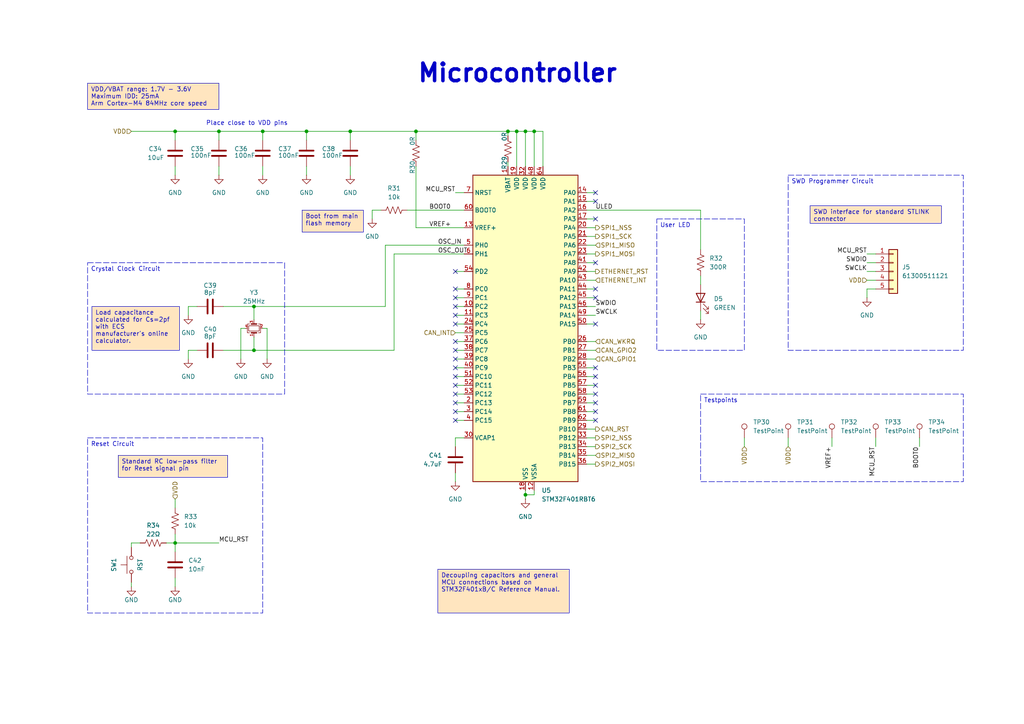
<source format=kicad_sch>
(kicad_sch (version 20250114) (generator "eeschema") (generator_version "9.0")
  (paper "A4")
  (title_block (title "LiDAR-CAN Interface") (date "2025-08-03") (rev "1") (company "Robot.com"))
  (lib_symbols
    (symbol "Connector:TestPoint" (pin_numbers (hide yes)) (pin_names (offset 0.762) (hide yes))
      (property "Reference" "TP" (at 0 6.858 0))
      (property "Value" "TestPoint" (at 0 5.08 0))
      (symbol "TestPoint_0_1"
        (circle (center 0 3.302) (radius 0.762))
      )
      (symbol "TestPoint_1_1"
        (pin passive line (at 0 0 90) (length 2.54) (name "1") (number "1"))
      )
    )
    (symbol "Connector_Generic:Conn_01x05" (pin_names (offset 1.016) (hide yes))
      (property "Reference" "J" (at 0 7.62 0))
      (property "Value" "Conn_01x05" (at 0 -7.62 0))
      (symbol "Conn_01x05_1_1"
        (rectangle (start -1.27 6.35) (end 1.27 -6.35) (stroke (width 0.254)) (fill (type background)))
        (rectangle (start -1.27 5.207) (end 0 4.953) (stroke (width 0.1524)))
        (rectangle (start -1.27 2.667) (end 0 2.413) (stroke (width 0.1524)))
        (rectangle (start -1.27 0.127) (end 0 -0.127) (stroke (width 0.1524)))
        (rectangle (start -1.27 -2.413) (end 0 -2.667) (stroke (width 0.1524)))
        (rectangle (start -1.27 -4.953) (end 0 -5.207) (stroke (width 0.1524)))
        (pin passive line (at -5.08 5.08 0) (length 3.81) (name "Pin_1") (number "1"))
        (pin passive line (at -5.08 2.54 0) (length 3.81) (name "Pin_2") (number "2"))
        (pin passive line (at -5.08 0 0) (length 3.81) (name "Pin_3") (number "3"))
        (pin passive line (at -5.08 -2.54 0) (length 3.81) (name "Pin_4") (number "4"))
        (pin passive line (at -5.08 -5.08 0) (length 3.81) (name "Pin_5") (number "5"))
      )
    )
    (symbol "Device:C" (pin_numbers (hide yes)) (pin_names (offset 0.254))
      (property "Reference" "C" (at 0.635 2.54 0))
      (property "Value" "C" (at 0.635 -2.54 0))
      (symbol "C_0_1"
        (polyline (pts (xy -2.032 0.762) (xy 2.032 0.762)) (stroke (width 0.508)))
        (polyline (pts (xy -2.032 -0.762) (xy 2.032 -0.762)) (stroke (width 0.508)))
      )
      (symbol "C_1_1"
        (pin passive line (at 0 3.81 270) (length 2.794) (name "~") (number "1"))
        (pin passive line (at 0 -3.81 90) (length 2.794) (name "~") (number "2"))
      )
    )
    (symbol "Device:Crystal_GND24_Small" (pin_names (offset 1.016) (hide yes))
      (property "Reference" "Y" (at 1.27 4.445 0))
      (property "Value" "Crystal_GND24_Small" (at 1.27 2.54 0))
      (symbol "Crystal_GND24_Small_0_1"
        (polyline (pts (xy -1.27 1.27) (xy -1.27 1.905) (xy 1.27 1.905) (xy 1.27 1.27)))
        (polyline (pts (xy -1.27 -0.762) (xy -1.27 0.762)) (stroke (width 0.381)))
        (polyline (pts (xy -1.27 -1.27) (xy -1.27 -1.905) (xy 1.27 -1.905) (xy 1.27 -1.27)))
        (rectangle (start -0.762 -1.524) (end 0.762 1.524))
        (polyline (pts (xy 1.27 -0.762) (xy 1.27 0.762)) (stroke (width 0.381)))
      )
      (symbol "Crystal_GND24_Small_1_1"
        (pin passive line (at -2.54 0 0) (length 1.27) (name "1") (number "1"))
        (pin passive line (at 0 2.54 270) (length 0.635) (name "4") (number "4"))
        (pin passive line (at 0 -2.54 90) (length 0.635) (name "2") (number "2"))
        (pin passive line (at 2.54 0 180) (length 1.27) (name "3") (number "3"))
      )
    )
    (symbol "Device:LED" (pin_numbers (hide yes)) (pin_names (offset 1.016) (hide yes))
      (property "Reference" "D" (at 0 2.54 0))
      (property "Value" "LED" (at 0 -2.54 0))
      (symbol "LED_0_1"
        (polyline (pts (xy -3.048 -0.762) (xy -4.572 -2.286) (xy -3.81 -2.286) (xy -4.572 -2.286) (xy -4.572 -1.524)))
        (polyline (pts (xy -1.778 -0.762) (xy -3.302 -2.286) (xy -2.54 -2.286) (xy -3.302 -2.286) (xy -3.302 -1.524)))
        (polyline (pts (xy -1.27 0) (xy 1.27 0)))
        (polyline (pts (xy -1.27 -1.27) (xy -1.27 1.27)) (stroke (width 0.254)))
        (polyline (pts (xy 1.27 -1.27) (xy 1.27 1.27) (xy -1.27 0) (xy 1.27 -1.27)) (stroke (width 0.254)))
      )
      (symbol "LED_1_1"
        (pin passive line (at -3.81 0 0) (length 2.54) (name "K") (number "1"))
        (pin passive line (at 3.81 0 180) (length 2.54) (name "A") (number "2"))
      )
    )
    (symbol "Device:R_US" (pin_numbers (hide yes)) (pin_names (offset 0))
      (property "Reference" "R" (at 2.54 0 90))
      (property "Value" "R_US" (at -2.54 0 90))
      (symbol "R_US_0_1"
        (polyline (pts (xy 0 2.286) (xy 0 2.54)))
        (polyline (pts (xy 0 2.286) (xy 1.016 1.905) (xy 0 1.524) (xy -1.016 1.143) (xy 0 0.762)))
        (polyline (pts (xy 0 0.762) (xy 1.016 0.381) (xy 0 0) (xy -1.016 -0.381) (xy 0 -0.762)))
        (polyline (pts (xy 0 -0.762) (xy 1.016 -1.143) (xy 0 -1.524) (xy -1.016 -1.905) (xy 0 -2.286)))
        (polyline (pts (xy 0 -2.286) (xy 0 -2.54)))
      )
      (symbol "R_US_1_1"
        (pin passive line (at 0 3.81 270) (length 1.27) (name "~") (number "1"))
        (pin passive line (at 0 -3.81 90) (length 1.27) (name "~") (number "2"))
      )
    )
    (symbol "MCU_ST_STM32F4:STM32F401RBTx"
      (property "Reference" "U" (at -15.24 46.99 0))
      (property "Value" "STM32F401RBTx" (at 7.62 46.99 0))
      (symbol "STM32F401RBTx_0_1"
        (rectangle (start -15.24 -43.18) (end 15.24 45.72) (stroke (width 0.254)) (fill (type background)))
      )
      (symbol "STM32F401RBTx_1_1"
        (pin input line (at -17.78 40.64 0) (length 2.54) (name "NRST") (number "7"))
        (pin input line (at -17.78 35.56 0) (length 2.54) (name "BOOT0") (number "60"))
        (pin input line (at -17.78 30.48 0) (length 2.54) (name "VREF+") (number "13"))
        (pin bidirectional line (at -17.78 25.4 0) (length 2.54) (name "PH0") (number "5"))
        (pin bidirectional line (at -17.78 22.86 0) (length 2.54) (name "PH1") (number "6"))
        (pin bidirectional line (at -17.78 17.78 0) (length 2.54) (name "PD2") (number "54"))
        (pin bidirectional line (at -17.78 12.7 0) (length 2.54) (name "PC0") (number "8"))
        (pin bidirectional line (at -17.78 10.16 0) (length 2.54) (name "PC1") (number "9"))
        (pin bidirectional line (at -17.78 7.62 0) (length 2.54) (name "PC2") (number "10"))
        (pin bidirectional line (at -17.78 5.08 0) (length 2.54) (name "PC3") (number "11"))
        (pin bidirectional line (at -17.78 2.54 0) (length 2.54) (name "PC4") (number "24"))
        (pin bidirectional line (at -17.78 0 0) (length 2.54) (name "PC5") (number "25"))
        (pin bidirectional line (at -17.78 -2.54 0) (length 2.54) (name "PC6") (number "37"))
        (pin bidirectional line (at -17.78 -5.08 0) (length 2.54) (name "PC7") (number "38"))
        (pin bidirectional line (at -17.78 -7.62 0) (length 2.54) (name "PC8") (number "39"))
        (pin bidirectional line (at -17.78 -10.16 0) (length 2.54) (name "PC9") (number "40"))
        (pin bidirectional line (at -17.78 -12.7 0) (length 2.54) (name "PC10") (number "51"))
        (pin bidirectional line (at -17.78 -15.24 0) (length 2.54) (name "PC11") (number "52"))
        (pin bidirectional line (at -17.78 -17.78 0) (length 2.54) (name "PC12") (number "53"))
        (pin bidirectional line (at -17.78 -20.32 0) (length 2.54) (name "PC13") (number "2"))
        (pin bidirectional line (at -17.78 -22.86 0) (length 2.54) (name "PC14") (number "3"))
        (pin bidirectional line (at -17.78 -25.4 0) (length 2.54) (name "PC15") (number "4"))
        (pin power_out line (at -17.78 -30.48 0) (length 2.54) (name "VCAP1") (number "30"))
        (pin power_in line (at -5.08 48.26 270) (length 2.54) (name "VBAT") (number "1"))
        (pin power_in line (at -2.54 48.26 270) (length 2.54) (name "VDD") (number "19"))
        (pin power_in line (at 0 48.26 270) (length 2.54) (name "VDD") (number "32"))
        (pin power_in line (at 0 -45.72 90) (length 2.54) (name "VSS") (number "18"))
        (pin passive line (at 0 -45.72 90) (length 2.54) (hide yes) (name "VSS") (number "31"))
        (pin passive line (at 0 -45.72 90) (length 2.54) (hide yes) (name "VSS") (number "47"))
        (pin passive line (at 0 -45.72 90) (length 2.54) (hide yes) (name "VSS") (number "63"))
        (pin power_in line (at 2.54 48.26 270) (length 2.54) (name "VDD") (number "48"))
        (pin power_in line (at 2.54 -45.72 90) (length 2.54) (name "VSSA") (number "12"))
        (pin power_in line (at 5.08 48.26 270) (length 2.54) (name "VDD") (number "64"))
        (pin bidirectional line (at 17.78 40.64 180) (length 2.54) (name "PA0") (number "14"))
        (pin bidirectional line (at 17.78 38.1 180) (length 2.54) (name "PA1") (number "15"))
        (pin bidirectional line (at 17.78 35.56 180) (length 2.54) (name "PA2") (number "16"))
        (pin bidirectional line (at 17.78 33.02 180) (length 2.54) (name "PA3") (number "17"))
        (pin bidirectional line (at 17.78 30.48 180) (length 2.54) (name "PA4") (number "20"))
        (pin bidirectional line (at 17.78 27.94 180) (length 2.54) (name "PA5") (number "21"))
        (pin bidirectional line (at 17.78 25.4 180) (length 2.54) (name "PA6") (number "22"))
        (pin bidirectional line (at 17.78 22.86 180) (length 2.54) (name "PA7") (number "23"))
        (pin bidirectional line (at 17.78 20.32 180) (length 2.54) (name "PA8") (number "41"))
        (pin bidirectional line (at 17.78 17.78 180) (length 2.54) (name "PA9") (number "42"))
        (pin bidirectional line (at 17.78 15.24 180) (length 2.54) (name "PA10") (number "43"))
        (pin bidirectional line (at 17.78 12.7 180) (length 2.54) (name "PA11") (number "44"))
        (pin bidirectional line (at 17.78 10.16 180) (length 2.54) (name "PA12") (number "45"))
        (pin bidirectional line (at 17.78 7.62 180) (length 2.54) (name "PA13") (number "46"))
        (pin bidirectional line (at 17.78 5.08 180) (length 2.54) (name "PA14") (number "49"))
        (pin bidirectional line (at 17.78 2.54 180) (length 2.54) (name "PA15") (number "50"))
        (pin bidirectional line (at 17.78 -2.54 180) (length 2.54) (name "PB0") (number "26"))
        (pin bidirectional line (at 17.78 -5.08 180) (length 2.54) (name "PB1") (number "27"))
        (pin bidirectional line (at 17.78 -7.62 180) (length 2.54) (name "PB2") (number "28"))
        (pin bidirectional line (at 17.78 -10.16 180) (length 2.54) (name "PB3") (number "55"))
        (pin bidirectional line (at 17.78 -12.7 180) (length 2.54) (name "PB4") (number "56"))
        (pin bidirectional line (at 17.78 -15.24 180) (length 2.54) (name "PB5") (number "57"))
        (pin bidirectional line (at 17.78 -17.78 180) (length 2.54) (name "PB6") (number "58"))
        (pin bidirectional line (at 17.78 -20.32 180) (length 2.54) (name "PB7") (number "59"))
        (pin bidirectional line (at 17.78 -22.86 180) (length 2.54) (name "PB8") (number "61"))
        (pin bidirectional line (at 17.78 -25.4 180) (length 2.54) (name "PB9") (number "62"))
        (pin bidirectional line (at 17.78 -27.94 180) (length 2.54) (name "PB10") (number "29"))
        (pin bidirectional line (at 17.78 -30.48 180) (length 2.54) (name "PB12") (number "33"))
        (pin bidirectional line (at 17.78 -33.02 180) (length 2.54) (name "PB13") (number "34"))
        (pin bidirectional line (at 17.78 -35.56 180) (length 2.54) (name "PB14") (number "35"))
        (pin bidirectional line (at 17.78 -38.1 180) (length 2.54) (name "PB15") (number "36"))
      )
    )
    (symbol "Switch:SW_Push" (pin_numbers (hide yes)) (pin_names (offset 1.016) (hide yes))
      (property "Reference" "SW" (at 1.27 2.54 0))
      (property "Value" "SW_Push" (at 0 -1.524 0))
      (symbol "SW_Push_0_1"
        (circle (center -2.032 0) (radius 0.508))
        (polyline (pts (xy 0 1.27) (xy 0 3.048)))
        (circle (center 2.032 0) (radius 0.508))
        (polyline (pts (xy 2.54 1.27) (xy -2.54 1.27)))
        (pin passive line (at -5.08 0 0) (length 2.54) (name "1") (number "1"))
        (pin passive line (at 5.08 0 180) (length 2.54) (name "2") (number "2"))
      )
    )
    (symbol "Symbols:CAP CER 0.1UF 50V X7R 0603" (pin_numbers (hide yes)) (pin_names (offset 0) (hide yes))
      (property "Reference" "C" (at 3.81 1.27 0))
      (property "Value" "100nF" (at 2.54 -1.27 0))
      (symbol "CAP CER 0.1UF 50V X7R 0603_0_1"
        (polyline (pts (xy -2.032 0.762) (xy 2.032 0.762)) (stroke (width 0.508)))
        (polyline (pts (xy -2.032 -0.762) (xy 2.032 -0.762)) (stroke (width 0.508)))
      )
      (symbol "CAP CER 0.1UF 50V X7R 0603_1_1"
        (pin passive line (at 0 3.81 270) (length 2.794) (name "~") (number "1"))
        (pin passive line (at 0 -3.81 90) (length 2.794) (name "~") (number "2"))
      )
    )
    (symbol "Symbols:CAP CER 10UF 25V X5R 0603" (pin_numbers (hide yes)) (pin_names (offset 0) (hide yes))
      (property "Reference" "C" (at 3.81 1.27 0))
      (property "Value" "10uF" (at 2.54 -1.27 0))
      (symbol "CAP CER 10UF 25V X5R 0603_0_1"
        (polyline (pts (xy -2.032 0.762) (xy 2.032 0.762)) (stroke (width 0.508)))
        (polyline (pts (xy -2.032 -0.762) (xy 2.032 -0.762)) (stroke (width 0.508)))
      )
      (symbol "CAP CER 10UF 25V X5R 0603_1_1"
        (pin passive line (at 0 3.81 270) (length 2.794) (name "~") (number "1"))
        (pin passive line (at 0 -3.81 90) (length 2.794) (name "~") (number "2"))
      )
    )
    (symbol "Symbols:CAP CER 22PF 50V X7R 0603" (pin_numbers (hide yes)) (pin_names (offset 0) (hide yes))
      (property "Reference" "C" (at 3.81 1.27 0))
      (property "Value" "22pF" (at 2.54 -1.27 0))
      (symbol "CAP CER 22PF 50V X7R 0603_0_1"
        (polyline (pts (xy -2.032 0.762) (xy 2.032 0.762)) (stroke (width 0.508)))
        (polyline (pts (xy -2.032 -0.762) (xy 2.032 -0.762)) (stroke (width 0.508)))
      )
      (symbol "CAP CER 22PF 50V X7R 0603_1_1"
        (pin passive line (at 0 3.81 270) (length 2.794) (name "~") (number "1"))
        (pin passive line (at 0 -3.81 90) (length 2.794) (name "~") (number "2"))
      )
    )
    (symbol "power:GND" (power) (pin_numbers (hide yes)) (pin_names (offset 0) (hide yes))
      (property "Value" "GND" (at 0 -3.81 0))
      (symbol "GND_0_1"
        (polyline (pts (xy 0 0) (xy 0 -1.27) (xy 1.27 -1.27) (xy 0 -2.54) (xy -1.27 -1.27) (xy 0 -1.27)))
      )
      (symbol "GND_1_1"
        (pin power_in line (at 0 0 270) (length 0) (name "~") (number "1"))
      )
    )
  )
  (text "Place close to VDD pins" (at 71.628 35.814 0) (effects (font (size 1.27 1.27))))
  (text "Microcontroller" (at 150.114 21.336 0) (effects (font (size 5.08 5.08) (thickness 1.016) (bold yes))))
  (text_box "Decoupling capacitors and general MCU connections based on STM32F401xB/C Reference Manual." (at 127 165.1 0) (size 38.1 12.7) (margins 0.9525 0.9525 0.9525 0.9525) (fill (type color) (color 255 229 191 1)) (effects (font (size 1.27 1.27)) (justify left top)))
  (text_box "User LED" (at 190.5 63.5 0) (size 25.4 38.1) (margins 0.9525 0.9525 0.9525 0.9525) (stroke (width 0) (type dash)) (effects (font (size 1.27 1.27)) (justify left top)))
  (text_box "Boot from main flash memory" (at 87.63 60.96 0) (size 17.78 6.35) (margins 0.9525 0.9525 0.9525 0.9525) (fill (type color) (color 255 229 191 1)) (effects (font (size 1.27 1.27)) (justify left top)))
  (text_box "Reset Circuit" (at 25.4 127 0) (size 50.8 50.8) (margins 0.9525 0.9525 0.9525 0.9525) (stroke (width 0) (type dash)) (effects (font (size 1.27 1.27)) (justify left top)))
  (text_box "SWD Programmer Circuit" (at 228.6 50.8 0) (size 50.8 50.8) (margins 0.9525 0.9525 0.9525 0.9525) (stroke (width 0) (type dash)) (effects (font (size 1.27 1.27)) (justify left top)))
  (text_box "Crystal Clock Circuit" (at 25.4 76.2 0) (size 57.15 38.1) (margins 0.9525 0.9525 0.9525 0.9525) (stroke (width 0) (type dash)) (effects (font (size 1.27 1.27)) (justify left top)))
  (text_box "Testpoints" (at 203.2 114.3 0) (size 76.2 25.4) (margins 0.9525 0.9525 0.9525 0.9525) (stroke (width 0) (type dash)) (effects (font (size 1.27 1.27)) (justify left top)))
  (text_box "Load capacitance calculated for Cs=2pf with ECS manufacturer's online calculator." (at 26.67 88.9 0) (size 25.4 12.7) (margins 0.9525 0.9525 0.9525 0.9525) (fill (type color) (color 255 229 191 1)) (effects (font (size 1.27 1.27)) (justify left top)))
  (text_box "VDD/VBAT range: 1.7V - 3.6V\nMaximum IDD: 25mA\nArm Cortex-M4 84MHz core speed" (at 25.4 24.13 0) (size 38.1 7.62) (margins 0.9525 0.9525 0.9525 0.9525) (fill (type color) (color 255 229 191 1)) (effects (font (size 1.27 1.27)) (justify left top)))
  (text_box "Standard RC low-pass filter for Reset signal pin" (at 34.29 132.08 0) (size 31.75 6.35) (margins 0.9525 0.9525 0.9525 0.9525) (fill (type color) (color 255 229 191 1)) (effects (font (size 1.27 1.27)) (justify left top)))
  (text_box "SWD interface for standard STLINK connector" (at 234.95 59.69 0) (size 38.1 5.08) (margins 0.9525 0.9525 0.9525 0.9525) (fill (type color) (color 255 229 191 1)) (effects (font (size 1.27 1.27)) (justify left top)))
  (junction (at 147.32 38.1))
  (junction (at 63.5 38.1))
  (junction (at 154.94 38.1))
  (junction (at 152.4 38.1))
  (junction (at 152.4 143.51))
  (junction (at 76.2 38.1))
  (junction (at 50.8 157.48))
  (junction (at 101.6 38.1))
  (junction (at 149.86 38.1))
  (junction (at 88.9 38.1))
  (junction (at 50.8 38.1))
  (junction (at 73.66 88.9))
  (junction (at 120.65 38.1))
  (junction (at 73.66 101.6))
  (no_connect (at 132.08 83.82))
  (no_connect (at 132.08 104.14))
  (no_connect (at 132.08 86.36))
  (no_connect (at 172.72 119.38))
  (no_connect (at 172.72 83.82))
  (no_connect (at 172.72 93.98))
  (no_connect (at 172.72 116.84))
  (no_connect (at 172.72 86.36))
  (no_connect (at 132.08 88.9))
  (no_connect (at 172.72 111.76))
  (no_connect (at 132.08 119.38))
  (no_connect (at 132.08 106.68))
  (no_connect (at 132.08 121.92))
  (no_connect (at 132.08 99.06))
  (no_connect (at 132.08 91.44))
  (no_connect (at 172.72 114.3))
  (no_connect (at 132.08 101.6))
  (no_connect (at 132.08 78.74))
  (no_connect (at 172.72 55.88))
  (no_connect (at 172.72 106.68))
  (no_connect (at 132.08 116.84))
  (no_connect (at 172.72 58.42))
  (no_connect (at 132.08 93.98))
  (no_connect (at 172.72 109.22))
  (no_connect (at 132.08 111.76))
  (no_connect (at 132.08 114.3))
  (no_connect (at 172.72 76.2))
  (no_connect (at 172.72 63.5))
  (no_connect (at 132.08 109.22))
  (no_connect (at 172.72 121.92))
  (wire (pts (xy 132.08 83.82) (xy 134.62 83.82)))
  (wire (pts (xy 132.08 104.14) (xy 134.62 104.14)))
  (wire (pts (xy 76.2 38.1) (xy 88.9 38.1)))
  (wire (pts (xy 154.94 142.24) (xy 154.94 143.51)))
  (wire (pts (xy 170.18 101.6) (xy 172.72 101.6)))
  (wire (pts (xy 170.18 119.38) (xy 172.72 119.38)))
  (wire (pts (xy 132.08 96.52) (xy 134.62 96.52)))
  (wire (pts (xy 157.48 38.1) (xy 154.94 38.1)))
  (wire (pts (xy 170.18 109.22) (xy 172.72 109.22)))
  (wire (pts (xy 170.18 63.5) (xy 172.72 63.5)))
  (wire (pts (xy 152.4 142.24) (xy 152.4 143.51)))
  (wire (pts (xy 132.08 99.06) (xy 134.62 99.06)))
  (wire (pts (xy 170.18 88.9) (xy 172.72 88.9)))
  (wire (pts (xy 132.08 78.74) (xy 134.62 78.74)))
  (wire (pts (xy 50.8 167.64) (xy 50.8 170.18)))
  (wire (pts (xy 50.8 157.48) (xy 63.5 157.48)))
  (wire (pts (xy 50.8 144.78) (xy 50.8 147.32)))
  (wire (pts (xy 251.46 78.74) (xy 254 78.74)))
  (wire (pts (xy 170.18 83.82) (xy 172.72 83.82)))
  (wire (pts (xy 132.08 119.38) (xy 134.62 119.38)))
  (wire (pts (xy 50.8 38.1) (xy 50.8 40.64)))
  (wire (pts (xy 132.08 127) (xy 134.62 127)))
  (wire (pts (xy 88.9 48.26) (xy 88.9 50.8)))
  (wire (pts (xy 132.08 101.6) (xy 134.62 101.6)))
  (wire (pts (xy 63.5 48.26) (xy 63.5 50.8)))
  (wire (pts (xy 266.7 127) (xy 266.7 129.54)))
  (wire (pts (xy 152.4 143.51) (xy 154.94 143.51)))
  (wire (pts (xy 114.3 73.66) (xy 134.62 73.66)))
  (wire (pts (xy 170.18 114.3) (xy 172.72 114.3)))
  (wire (pts (xy 251.46 83.82) (xy 254 83.82)))
  (wire (pts (xy 120.65 38.1) (xy 101.6 38.1)))
  (wire (pts (xy 63.5 38.1) (xy 63.5 40.64)))
  (wire (pts (xy 170.18 68.58) (xy 172.72 68.58)))
  (wire (pts (xy 63.5 38.1) (xy 76.2 38.1)))
  (wire (pts (xy 132.08 106.68) (xy 134.62 106.68)))
  (wire (pts (xy 170.18 66.04) (xy 172.72 66.04)))
  (wire (pts (xy 132.08 121.92) (xy 134.62 121.92)))
  (wire (pts (xy 120.65 66.04) (xy 120.65 48.26)))
  (wire (pts (xy 147.32 46.99) (xy 147.32 48.26)))
  (wire (pts (xy 170.18 58.42) (xy 172.72 58.42)))
  (wire (pts (xy 132.08 109.22) (xy 134.62 109.22)))
  (wire (pts (xy 77.47 95.25) (xy 76.2 95.25)))
  (wire (pts (xy 170.18 99.06) (xy 172.72 99.06)))
  (wire (pts (xy 170.18 73.66) (xy 172.72 73.66)))
  (wire (pts (xy 101.6 38.1) (xy 101.6 40.64)))
  (wire (pts (xy 170.18 71.12) (xy 172.72 71.12)))
  (wire (pts (xy 88.9 38.1) (xy 88.9 40.64)))
  (wire (pts (xy 101.6 48.26) (xy 101.6 50.8)))
  (wire (pts (xy 64.77 88.9) (xy 73.66 88.9)))
  (wire (pts (xy 71.12 95.25) (xy 69.85 95.25)))
  (wire (pts (xy 73.66 101.6) (xy 114.3 101.6)))
  (wire (pts (xy 132.08 93.98) (xy 134.62 93.98)))
  (wire (pts (xy 254 127) (xy 254 129.54)))
  (wire (pts (xy 73.66 88.9) (xy 73.66 92.71)))
  (wire (pts (xy 134.62 71.12) (xy 111.76 71.12)))
  (wire (pts (xy 134.62 66.04) (xy 120.65 66.04)))
  (wire (pts (xy 251.46 83.82) (xy 251.46 86.36)))
  (wire (pts (xy 118.11 60.96) (xy 134.62 60.96)))
  (wire (pts (xy 120.65 38.1) (xy 120.65 40.64)))
  (wire (pts (xy 132.08 86.36) (xy 134.62 86.36)))
  (wire (pts (xy 149.86 38.1) (xy 149.86 48.26)))
  (wire (pts (xy 114.3 101.6) (xy 114.3 73.66)))
  (wire (pts (xy 107.95 60.96) (xy 110.49 60.96)))
  (wire (pts (xy 170.18 55.88) (xy 172.72 55.88)))
  (wire (pts (xy 77.47 95.25) (xy 77.47 104.14)))
  (wire (pts (xy 251.46 73.66) (xy 254 73.66)))
  (wire (pts (xy 50.8 48.26) (xy 50.8 50.8)))
  (wire (pts (xy 170.18 134.62) (xy 172.72 134.62)))
  (wire (pts (xy 170.18 81.28) (xy 172.72 81.28)))
  (wire (pts (xy 76.2 38.1) (xy 76.2 40.64)))
  (wire (pts (xy 147.32 38.1) (xy 120.65 38.1)))
  (wire (pts (xy 54.61 101.6) (xy 54.61 104.14)))
  (wire (pts (xy 57.15 101.6) (xy 54.61 101.6)))
  (wire (pts (xy 64.77 101.6) (xy 73.66 101.6)))
  (wire (pts (xy 170.18 86.36) (xy 172.72 86.36)))
  (wire (pts (xy 203.2 60.96) (xy 203.2 72.39)))
  (wire (pts (xy 50.8 157.48) (xy 50.8 160.02)))
  (wire (pts (xy 132.08 129.54) (xy 132.08 127)))
  (wire (pts (xy 132.08 55.88) (xy 134.62 55.88)))
  (wire (pts (xy 215.9 127) (xy 215.9 129.54)))
  (wire (pts (xy 107.95 63.5) (xy 107.95 60.96)))
  (wire (pts (xy 38.1 38.1) (xy 50.8 38.1)))
  (wire (pts (xy 132.08 114.3) (xy 134.62 114.3)))
  (wire (pts (xy 54.61 88.9) (xy 54.61 91.44)))
  (wire (pts (xy 203.2 92.71) (xy 203.2 90.17)))
  (wire (pts (xy 48.26 157.48) (xy 50.8 157.48)))
  (wire (pts (xy 170.18 127) (xy 172.72 127)))
  (wire (pts (xy 154.94 38.1) (xy 152.4 38.1)))
  (wire (pts (xy 147.32 38.1) (xy 147.32 39.37)))
  (wire (pts (xy 132.08 88.9) (xy 134.62 88.9)))
  (wire (pts (xy 132.08 139.7) (xy 132.08 137.16)))
  (wire (pts (xy 38.1 168.91) (xy 38.1 170.18)))
  (wire (pts (xy 251.46 76.2) (xy 254 76.2)))
  (wire (pts (xy 170.18 129.54) (xy 172.72 129.54)))
  (wire (pts (xy 132.08 116.84) (xy 134.62 116.84)))
  (wire (pts (xy 88.9 38.1) (xy 101.6 38.1)))
  (wire (pts (xy 132.08 91.44) (xy 134.62 91.44)))
  (wire (pts (xy 170.18 104.14) (xy 172.72 104.14)))
  (wire (pts (xy 50.8 38.1) (xy 63.5 38.1)))
  (wire (pts (xy 228.6 127) (xy 228.6 129.54)))
  (wire (pts (xy 241.3 127) (xy 241.3 129.54)))
  (wire (pts (xy 132.08 111.76) (xy 134.62 111.76)))
  (wire (pts (xy 170.18 121.92) (xy 172.72 121.92)))
  (wire (pts (xy 38.1 157.48) (xy 40.64 157.48)))
  (wire (pts (xy 170.18 106.68) (xy 172.72 106.68)))
  (wire (pts (xy 170.18 93.98) (xy 172.72 93.98)))
  (wire (pts (xy 251.46 81.28) (xy 254 81.28)))
  (wire (pts (xy 170.18 111.76) (xy 172.72 111.76)))
  (wire (pts (xy 76.2 48.26) (xy 76.2 50.8)))
  (wire (pts (xy 170.18 124.46) (xy 172.72 124.46)))
  (wire (pts (xy 73.66 101.6) (xy 73.66 97.79)))
  (wire (pts (xy 149.86 38.1) (xy 147.32 38.1)))
  (wire (pts (xy 170.18 91.44) (xy 172.72 91.44)))
  (wire (pts (xy 170.18 60.96) (xy 203.2 60.96)))
  (wire (pts (xy 170.18 78.74) (xy 172.72 78.74)))
  (wire (pts (xy 157.48 48.26) (xy 157.48 38.1)))
  (wire (pts (xy 170.18 132.08) (xy 172.72 132.08)))
  (wire (pts (xy 152.4 38.1) (xy 149.86 38.1)))
  (wire (pts (xy 154.94 38.1) (xy 154.94 48.26)))
  (wire (pts (xy 152.4 143.51) (xy 152.4 144.78)))
  (wire (pts (xy 69.85 95.25) (xy 69.85 104.14)))
  (wire (pts (xy 152.4 38.1) (xy 152.4 48.26)))
  (wire (pts (xy 57.15 88.9) (xy 54.61 88.9)))
  (wire (pts (xy 170.18 116.84) (xy 172.72 116.84)))
  (wire (pts (xy 203.2 82.55) (xy 203.2 80.01)))
  (wire (pts (xy 38.1 158.75) (xy 38.1 157.48)))
  (wire (pts (xy 111.76 71.12) (xy 111.76 88.9)))
  (wire (pts (xy 170.18 76.2) (xy 172.72 76.2)))
  (wire (pts (xy 111.76 88.9) (xy 73.66 88.9)))
  (wire (pts (xy 50.8 154.94) (xy 50.8 157.48)))
  (label "SWCLK" (at 172.72 91.44 0))
  (label "MCU_RST" (at 254 129.54 270))
  (label "MCU_RST" (at 63.5 157.48 0))
  (label "MCU_RST" (at 251.46 73.66 180))
  (label "VREF+" (at 124.46 66.04 0))
  (label "VREF+" (at 241.3 129.54 270))
  (label "BOOT0" (at 266.7 129.54 270))
  (label "OSC_OUT" (at 127 73.66 0))
  (label "BOOT0" (at 124.46 60.96 0))
  (label "SWDIO" (at 251.46 76.2 180))
  (label "SWDIO" (at 172.72 88.9 0))
  (label "SWCLK" (at 251.46 78.74 180))
  (label "MCU_RST" (at 132.08 55.88 180))
  (label "OSC_IN" (at 127 71.12 0))
  (label "ULED" (at 172.72 60.96 0))
  (hierarchical_label "VDD" (shape input) (at 50.8 144.78 90))
  (hierarchical_label "CAN_GPIO2" (shape input) (at 172.72 101.6 0))
  (hierarchical_label "VDD" (shape input) (at 251.46 81.28 180))
  (hierarchical_label "SPI2_MISO" (shape input) (at 172.72 132.08 0))
  (hierarchical_label "VDD" (shape input) (at 228.6 129.54 270))
  (hierarchical_label "SPI1_NSS" (shape output) (at 172.72 66.04 0))
  (hierarchical_label "CAN_WKRQ" (shape input) (at 172.72 99.06 0))
  (hierarchical_label "CAN_GPIO1" (shape input) (at 172.72 104.14 0))
  (hierarchical_label "VDD" (shape input) (at 215.9 129.54 270))
  (hierarchical_label "CAN_RST" (shape output) (at 172.72 124.46 0))
  (hierarchical_label "SPI2_SCK" (shape output) (at 172.72 129.54 0))
  (hierarchical_label "CAN_INT" (shape input) (at 132.08 96.52 180))
  (hierarchical_label "SPI1_MOSI" (shape output) (at 172.72 73.66 0))
  (hierarchical_label "SPI1_SCK" (shape output) (at 172.72 68.58 0))
  (hierarchical_label "SPI1_MISO" (shape input) (at 172.72 71.12 0))
  (hierarchical_label "ETHERNET_INT" (shape input) (at 172.72 81.28 0))
  (hierarchical_label "VDD" (shape input) (at 38.1 38.1 180))
  (hierarchical_label "ETHERNET_RST" (shape output) (at 172.72 78.74 0))
  (hierarchical_label "SPI2_MOSI" (shape output) (at 172.72 134.62 0))
  (hierarchical_label "SPI2_NSS" (shape output) (at 172.72 127 0))
  (symbol (lib_id "power:GND") (at 50.8 50.8 0) (unit 1)
    (property "Reference" "#PWR063" (effects (hide yes)))
    (property "Value" "GND" (at 50.8 55.88 0))
    (property "Description" "Power symbol creates a global label with name \"GND\" , ground" (effects (hide yes)))
  )
  (symbol (lib_id "Symbols:CAP CER 0.1UF 50V X7R 0603") (at 101.6 44.45 180) (unit 1)
    (property "Reference" "C38" (at 93.345 43.18 0) (effects (justify right)))
    (property "Value" "100nF" (at 93.345 45.085 0) (effects (justify right)))
    (property "Footprint" "Capacitor_SMD:C_0603_1608Metric" (effects (hide yes)))
    (property "Datasheet" "https://datasheets.kyocera-avx.com/KGM_X7R.pdf" (effects (hide yes)))
    (property "Description" "CAP CER 0.1UF 50V X7R 0603" (effects (hide yes)))
    (property "Vendor" "KYOCERA AVX" (effects (hide yes)))
    (property "MPN" "KGM15BR71H104KM" (effects (hide yes)))
    (property "Manufacturer" "KYOCERA AVX" (effects (hide yes)))
  )
  (symbol (lib_id "Device:C") (at 50.8 163.83 0) (unit 1)
    (property "Reference" "C42" (at 54.61 162.5599 0) (effects (justify left)))
    (property "Value" "10nF" (at 54.61 165.0999 0) (effects (justify left)))
    (property "Footprint" "Capacitor_SMD:C_0603_1608Metric" (effects (hide yes)))
    (property "Datasheet" "https://www.yageo.com/upload/media/product/productsearch/datasheet/mlcc/UPY-GPHC_X7R_6.3V-to-250V_24.pdf" (effects (hide yes)))
    (property "Description" "CAP CER 10000PF 50V X7R 0603" (effects (hide yes)))
    (property "Manufacturer" "YAGEO" (effects (hide yes)))
    (property "MPN" "CC0603KRX7R9BB103" (effects (hide yes)))
  )
  (symbol (lib_id "power:GND") (at 69.85 104.14 0) (unit 1)
    (property "Reference" "#PWR073" (effects (hide yes)))
    (property "Value" "GND" (at 69.85 109.22 0))
    (property "Description" "Power symbol creates a global label with name \"GND\" , ground" (effects (hide yes)))
  )
  (symbol (lib_id "Connector:TestPoint") (at 228.6 127 0) (unit 1) (in_bom no)
    (property "Reference" "TP31" (at 231.14 122.4279 0) (effects (justify left)))
    (property "Value" "TestPoint" (at 231.14 124.9679 0) (effects (justify left)))
    (property "Footprint" "TestPoint:TestPoint_Pad_D1.0mm" (effects (hide yes)))
    (property "Description" "test point" (effects (hide yes)))
  )
  (symbol (lib_id "power:GND") (at 152.4 144.78 0) (unit 1)
    (property "Reference" "#PWR076" (effects (hide yes)))
    (property "Value" "GND" (at 152.4 149.86 0))
    (property "Description" "Power symbol creates a global label with name \"GND\" , ground" (effects (hide yes)))
  )
  (symbol (lib_id "power:GND") (at 101.6 50.8 0) (unit 1)
    (property "Reference" "#PWR067" (effects (hide yes)))
    (property "Value" "GND" (at 101.6 55.88 0))
    (property "Description" "Power symbol creates a global label with name \"GND\" , ground" (effects (hide yes)))
  )
  (symbol (lib_id "Connector:TestPoint") (at 266.7 127 0) (unit 1) (in_bom no)
    (property "Reference" "TP34" (at 269.24 122.4279 0) (effects (justify left)))
    (property "Value" "TestPoint" (at 269.24 124.9679 0) (effects (justify left)))
    (property "Footprint" "TestPoint:TestPoint_Pad_D1.0mm" (effects (hide yes)))
    (property "Description" "test point" (effects (hide yes)))
  )
  (symbol (lib_id "Device:R_US") (at 114.3 60.96 270) (unit 1)
    (property "Reference" "R31" (at 114.3 54.61 90))
    (property "Value" "10k" (at 114.3 57.15 90))
    (property "Footprint" "Resistor_SMD:R_0603_1608Metric" (effects (hide yes)))
    (property "Datasheet" "https://www.yageo.com/upload/media/product/products/datasheet/rchip/PYu-RC_Group_51_RoHS_L_12.pdf" (effects (hide yes)))
    (property "Description" "RES 10K OHM 5% 1/10W 0603" (effects (hide yes)))
    (property "SPN" "311-10KGRCT-ND" (effects (hide yes)))
    (property "MPN" "RC0603JR-0710KL" (effects (hide yes)))
    (property "Manufacturer" "YAGEO" (effects (hide yes)))
  )
  (symbol (lib_id "Device:LED") (at 203.2 86.36 90) (unit 1)
    (property "Reference" "D5" (at 207.01 86.6774 90) (effects (justify right)))
    (property "Value" "GREEN" (at 207.01 89.2174 90) (effects (justify right)))
    (property "Footprint" "LED_SMD:LED_0603_1608Metric" (effects (hide yes)))
    (property "Datasheet" "https://mm.digikey.com/Volume0/opasdata/d220001/medias/docus/858/LTST-C190GKT.pdf" (effects (hide yes)))
    (property "Description" "LED GREEN CLEAR CHIP SMD 0603" (effects (hide yes)))
    (property "Manufacturer" "Lite-On Inc." (effects (hide yes)))
    (property "MPN" "LTST-C190GKT" (effects (hide yes)))
  )
  (symbol (lib_id "Device:R_US") (at 203.2 76.2 0) (unit 1)
    (property "Reference" "R32" (at 205.74 74.9299 0) (effects (justify left)))
    (property "Value" "300R" (at 205.74 77.4699 0) (effects (justify left)))
    (property "Footprint" "Resistor_SMD:R_0603_1608Metric" (effects (hide yes)))
    (property "Datasheet" "https://www.yageo.com/upload/media/product/products/datasheet/rchip/PYu-RC_Group_51_RoHS_L_12.pdf" (effects (hide yes)))
    (property "Description" "RES 300 OHM 5% 1/10W 0603" (effects (hide yes)))
    (property "Manufacturer" "YAGEO" (effects (hide yes)))
    (property "MPN" "RC0603JR-07300RL" (effects (hide yes)))
  )
  (symbol (lib_id "Device:C") (at 132.08 133.35 0) (mirror y) (unit 1)
    (property "Reference" "C41" (at 128.27 132.0799 0) (effects (justify left)))
    (property "Value" "4.7uF" (at 128.27 134.6199 0) (effects (justify left)))
    (property "Footprint" "Capacitor_SMD:C_0603_1608Metric" (effects (hide yes)))
    (property "Datasheet" "https://www.yageo.com/upload/media/product/app/datasheet/mlcc/upy-gphc_x5r_4v-to-50v.pdf" (effects (hide yes)))
    (property "Description" "CAP CER 4.7UF 16V X5R 0603" (effects (hide yes)))
    (property "Manufacturer" "YAGEO" (effects (hide yes)))
    (property "MPN" "CC0603KRX5R7BB475" (effects (hide yes)))
  )
  (symbol (lib_id "power:GND") (at 76.2 50.8 0) (unit 1)
    (property "Reference" "#PWR065" (effects (hide yes)))
    (property "Value" "GND" (at 76.2 55.88 0))
    (property "Description" "Power symbol creates a global label with name \"GND\" , ground" (effects (hide yes)))
  )
  (symbol (lib_id "Symbols:CAP CER 0.1UF 50V X7R 0603") (at 76.2 44.45 180) (unit 1)
    (property "Reference" "C36" (at 67.945 43.18 0) (effects (justify right)))
    (property "Value" "100nF" (at 67.945 45.085 0) (effects (justify right)))
    (property "Footprint" "Capacitor_SMD:C_0603_1608Metric" (effects (hide yes)))
    (property "Datasheet" "https://datasheets.kyocera-avx.com/KGM_X7R.pdf" (effects (hide yes)))
    (property "Description" "CAP CER 0.1UF 50V X7R 0603" (effects (hide yes)))
    (property "Vendor" "KYOCERA AVX" (effects (hide yes)))
    (property "MPN" "KGM15BR71H104KM" (effects (hide yes)))
    (property "Manufacturer" "KYOCERA AVX" (effects (hide yes)))
  )
  (symbol (lib_id "Device:Crystal_GND24_Small") (at 73.66 95.25 90) (unit 1)
    (property "Reference" "Y3" (at 73.66 84.836 90))
    (property "Value" "25MHz" (at 73.66 87.376 90))
    (property "Footprint" "Crystal:Crystal_SMD_2016-4Pin_2.0x1.6mm" (effects (hide yes)))
    (property "Datasheet" "https://ecsxtal.com/store/pdf/ECX-1637B2.pdf" (effects (hide yes)))
    (property "Description" "CRYSTAL 25 MHZ 6PF SMD" (effects (hide yes)))
    (property "Manufacturer" "ECS Inc." (effects (hide yes)))
    (property "MPN" "ECS-250-6-37B2-AGY-TR" (effects (hide yes)))
  )
  (symbol (lib_id "Symbols:CAP CER 0.1UF 50V X7R 0603") (at 88.9 44.45 180) (unit 1)
    (property "Reference" "C37" (at 80.645 43.18 0) (effects (justify right)))
    (property "Value" "100nF" (at 80.645 45.085 0) (effects (justify right)))
    (property "Footprint" "Capacitor_SMD:C_0603_1608Metric" (effects (hide yes)))
    (property "Datasheet" "https://datasheets.kyocera-avx.com/KGM_X7R.pdf" (effects (hide yes)))
    (property "Description" "CAP CER 0.1UF 50V X7R 0603" (effects (hide yes)))
    (property "Vendor" "KYOCERA AVX" (effects (hide yes)))
    (property "MPN" "KGM15BR71H104KM" (effects (hide yes)))
    (property "Manufacturer" "KYOCERA AVX" (effects (hide yes)))
  )
  (symbol (lib_id "Connector_Generic:Conn_01x05") (at 259.08 78.74 0) (unit 1)
    (property "Reference" "J5" (at 261.62 77.4699 0) (effects (justify left)))
    (property "Value" "61300511121" (at 261.62 80.0099 0) (effects (justify left)))
    (property "Footprint" "Connector_PinHeader_2.54mm:PinHeader_1x05_P2.54mm_Vertical" (effects (hide yes)))
    (property "Datasheet" "https://www.we-online.com/components/products/datasheet/61300511121.pdf" (effects (hide yes)))
    (property "Description" "CONN HEADER VERT 5POS 2.54MM" (effects (hide yes)))
    (property "Manufacturer" "Würth Elektronik" (effects (hide yes)))
    (property "MPN" "61300511121" (effects (hide yes)))
  )
  (symbol (lib_id "power:GND") (at 50.8 170.18 0) (unit 1)
    (property "Reference" "#PWR078" (effects (hide yes)))
    (property "Value" "GND" (at 50.8 173.99 0))
  )
  (symbol (lib_id "MCU_ST_STM32F4:STM32F401RBTx") (at 152.4 96.52 0) (unit 1)
    (property "Reference" "U5" (at 157.0833 142.24 0) (effects (justify left)))
    (property "Value" "STM32F401RBT6" (at 157.0833 144.78 0) (effects (justify left)))
    (property "Footprint" "Package_QFP:LQFP-64_10x10mm_P0.5mm" (effects (hide yes)))
    (property "Datasheet" "https://www.st.com/resource/en/datasheet/stm32f401rb.pdf" (effects (hide yes)))
    (property "Description" "IC MCU 32BIT 128KB FLASH 64LQFP" (effects (hide yes)))
    (property "Manufacturer" "STMicroelectronics" (effects (hide yes)))
    (property "MPN" "STM32F401RBT6" (effects (hide yes)))
  )
  (symbol (lib_id "power:GND") (at 63.5 50.8 0) (unit 1)
    (property "Reference" "#PWR064" (effects (hide yes)))
    (property "Value" "GND" (at 63.5 55.88 0))
    (property "Description" "Power symbol creates a global label with name \"GND\" , ground" (effects (hide yes)))
  )
  (symbol (lib_id "Symbols:CAP CER 10UF 25V X5R 0603") (at 50.8 44.45 0) (unit 1)
    (property "Reference" "C34" (at 46.99 43.1799 0) (effects (justify right)))
    (property "Value" "10uF" (at 47.625 45.72 0) (effects (justify right)))
    (property "Footprint" "Capacitor_SMD:C_0603_1608Metric" (effects (hide yes)))
    (property "Datasheet" "https://datasheets.kyocera-avx.com/cx5r-KGM.pdf" (effects (hide yes)))
    (property "Description" "10 µF ±10% 25V Ceramic Capacitor X5R 0603 (1608 Metric)" (effects (hide yes)))
    (property "Vendor" "KYOCERA AVX" (effects (hide yes)))
    (property "MPN" "KGM15CR51E106KT" (effects (hide yes)))
    (property "Manufacturer" "KYOCERA AVX" (effects (hide yes)))
  )
  (symbol (lib_id "power:GND") (at 132.08 139.7 0) (unit 1)
    (property "Reference" "#PWR075" (effects (hide yes)))
    (property "Value" "GND" (at 132.08 144.78 0))
    (property "Description" "Power symbol creates a global label with name \"GND\" , ground" (effects (hide yes)))
  )
  (symbol (lib_id "Connector:TestPoint") (at 241.3 127 0) (unit 1) (in_bom no)
    (property "Reference" "TP32" (at 243.84 122.4279 0) (effects (justify left)))
    (property "Value" "TestPoint" (at 243.84 124.9679 0) (effects (justify left)))
    (property "Footprint" "TestPoint:TestPoint_Pad_D1.0mm" (effects (hide yes)))
    (property "Description" "test point" (effects (hide yes)))
  )
  (symbol (lib_id "Symbols:CAP CER 22PF 50V X7R 0603") (at 60.96 101.6 90) (mirror x) (unit 1)
    (property "Reference" "C40" (at 60.96 95.504 90))
    (property "Value" "8pF" (at 60.96 97.536 90))
    (property "Footprint" "Capacitor_SMD:C_0603_1608Metric" (effects (hide yes)))
    (property "Datasheet" "https://www.yageo.com/en/Chart/Download/pdf/CC0603DRNPO9BN8R0" (effects (hide yes)))
    (property "Description" "CAP CER 8PF 50V C0G/NPO 0603" (effects (hide yes)))
    (property "Manufacturer" "YAGEO" (effects (hide yes)))
    (property "MPN" "CC0603DRNPO9BN8R0" (effects (hide yes)))
  )
  (symbol (lib_id "power:GND") (at 38.1 170.18 0) (unit 1)
    (property "Reference" "#PWR077" (effects (hide yes)))
    (property "Value" "GND" (at 38.1 173.99 0))
  )
  (symbol (lib_id "power:GND") (at 251.46 86.36 0) (unit 1)
    (property "Reference" "#PWR070" (effects (hide yes)))
    (property "Value" "GND" (at 251.46 91.44 0))
    (property "Description" "Power symbol creates a global label with name \"GND\" , ground" (effects (hide yes)))
  )
  (symbol (lib_id "power:GND") (at 203.2 92.71 0) (unit 1)
    (property "Reference" "#PWR069" (effects (hide yes)))
    (property "Value" "GND" (at 203.2 97.79 0))
    (property "Description" "Power symbol creates a global label with name \"GND\" , ground" (effects (hide yes)))
  )
  (symbol (lib_id "Device:R_US") (at 120.65 44.45 180) (unit 1)
    (property "Reference" "R30" (at 119.634 48.514 90))
    (property "Value" "0R" (at 119.634 40.894 90))
    (property "Footprint" "Resistor_SMD:R_0603_1608Metric" (effects (hide yes)))
    (property "Datasheet" "https://www.yageo.com/upload/media/product/products/datasheet/rchip/PYu-RC_Group_51_RoHS_L_12.pdf" (effects (hide yes)))
    (property "Description" "RES 0 OHM JUMPER 1/10W 0603" (effects (hide yes)))
    (property "Manufacturer" "YAGEO" (effects (hide yes)))
    (property "MPN" "RC0603JR-070RL" (effects (hide yes)))
  )
  (symbol (lib_id "power:GND") (at 107.95 63.5 0) (unit 1)
    (property "Reference" "#PWR068" (effects (hide yes)))
    (property "Value" "GND" (at 107.95 68.58 0))
    (property "Description" "Power symbol creates a global label with name \"GND\" , ground" (effects (hide yes)))
  )
  (symbol (lib_id "Symbols:CAP CER 22PF 50V X7R 0603") (at 60.96 88.9 90) (mirror x) (unit 1)
    (property "Reference" "C39" (at 60.96 82.804 90))
    (property "Value" "8pF" (at 60.96 84.836 90))
    (property "Footprint" "Capacitor_SMD:C_0603_1608Metric" (effects (hide yes)))
    (property "Datasheet" "https://www.yageo.com/en/Chart/Download/pdf/CC0603DRNPO9BN8R0" (effects (hide yes)))
    (property "Description" "CAP CER 8PF 50V C0G/NPO 0603" (effects (hide yes)))
    (property "Manufacturer" "YAGEO" (effects (hide yes)))
    (property "MPN" "CC0603DRNPO9BN8R0" (effects (hide yes)))
  )
  (symbol (lib_id "power:GND") (at 54.61 91.44 0) (unit 1)
    (property "Reference" "#PWR071" (effects (hide yes)))
    (property "Value" "GND" (at 54.61 96.52 0))
    (property "Description" "Power symbol creates a global label with name \"GND\" , ground" (effects (hide yes)))
  )
  (symbol (lib_id "Device:R_US") (at 44.45 157.48 90) (unit 1)
    (property "Reference" "R34" (at 44.45 152.4 90))
    (property "Value" "22Ω" (at 44.45 154.94 90))
    (property "Footprint" "Resistor_SMD:R_0805_2012Metric" (effects (hide yes)))
    (property "Datasheet" "https://www.yageo.com/upload/media/product/productsearch/datasheet/rchip/PYu-RC_Group_51_RoHS_L_12.pdf" (effects (hide yes)))
    (property "Description" "RES 22 OHM 5% 1/8W 0805" (effects (hide yes)))
    (property "Manufacturer" "YAGEO" (effects (hide yes)))
    (property "MPN" "RC0805JR-0722RL" (effects (hide yes)))
  )
  (symbol (lib_id "Switch:SW_Push") (at 38.1 163.83 90) (unit 1)
    (property "Reference" "SW1" (at 33.02 163.83 0))
    (property "Value" "RST" (at 40.64 163.83 0))
    (property "Footprint" "Button_Switch_SMD:SW_SPST_CK_RS282G05A3" (effects (hide yes)))
    (property "Datasheet" "http://mm.digikey.com/Volume0/opasdata/d220001/medias/docus/580/RS-282G05A-SM_RT.pdf" (effects (hide yes)))
    (property "Description" "SWITCH TACTILE SPST-NO 0.05A 12V" (effects (hide yes)))
    (property "Manufacturer" "C&K" (effects (hide yes)))
    (property "MPN" "RS-282G05A3-SM RT" (effects (hide yes)))
  )
  (symbol (lib_id "Connector:TestPoint") (at 254 127 0) (unit 1) (in_bom no)
    (property "Reference" "TP33" (at 256.54 122.4279 0) (effects (justify left)))
    (property "Value" "TestPoint" (at 256.54 124.9679 0) (effects (justify left)))
    (property "Footprint" "TestPoint:TestPoint_Pad_D1.0mm" (effects (hide yes)))
    (property "Description" "test point" (effects (hide yes)))
  )
  (symbol (lib_id "power:GND") (at 77.47 104.14 0) (unit 1)
    (property "Reference" "#PWR074" (effects (hide yes)))
    (property "Value" "GND" (at 77.47 109.22 0))
    (property "Description" "Power symbol creates a global label with name \"GND\" , ground" (effects (hide yes)))
  )
  (symbol (lib_id "Device:R_US") (at 147.32 43.18 180) (unit 1)
    (property "Reference" "R29" (at 146.304 47.244 90))
    (property "Value" "0R" (at 146.304 39.624 90))
    (property "Footprint" "Resistor_SMD:R_0603_1608Metric" (effects (hide yes)))
    (property "Datasheet" "https://www.yageo.com/upload/media/product/products/datasheet/rchip/PYu-RC_Group_51_RoHS_L_12.pdf" (effects (hide yes)))
    (property "Description" "RES 0 OHM JUMPER 1/10W 0603" (effects (hide yes)))
    (property "Manufacturer" "YAGEO" (effects (hide yes)))
    (property "MPN" "RC0603JR-070RL" (effects (hide yes)))
  )
  (symbol (lib_id "power:GND") (at 54.61 104.14 0) (unit 1)
    (property "Reference" "#PWR072" (effects (hide yes)))
    (property "Value" "GND" (at 54.61 109.22 0))
    (property "Description" "Power symbol creates a global label with name \"GND\" , ground" (effects (hide yes)))
  )
  (symbol (lib_id "power:GND") (at 88.9 50.8 0) (unit 1)
    (property "Reference" "#PWR066" (effects (hide yes)))
    (property "Value" "GND" (at 88.9 55.88 0))
    (property "Description" "Power symbol creates a global label with name \"GND\" , ground" (effects (hide yes)))
  )
  (symbol (lib_id "Device:R_US") (at 50.8 151.13 0) (unit 1)
    (property "Reference" "R33" (at 53.34 149.8599 0) (effects (justify left)))
    (property "Value" "10k" (at 53.34 152.3999 0) (effects (justify left)))
    (property "Footprint" "Resistor_SMD:R_0603_1608Metric" (effects (hide yes)))
    (property "Datasheet" "https://www.yageo.com/upload/media/product/products/datasheet/rchip/PYu-RC_Group_51_RoHS_L_12.pdf" (effects (hide yes)))
    (property "Description" "RES 10K OHM 5% 1/10W 0603" (effects (hide yes)))
    (property "SPN" "311-10KGRCT-ND" (effects (hide yes)))
    (property "MPN" "RC0603JR-0710KL" (effects (hide yes)))
    (property "Manufacturer" "YAGEO" (effects (hide yes)))
  )
  (symbol (lib_id "Symbols:CAP CER 0.1UF 50V X7R 0603") (at 63.5 44.45 180) (unit 1)
    (property "Reference" "C35" (at 55.245 43.18 0) (effects (justify right)))
    (property "Value" "100nF" (at 55.245 45.085 0) (effects (justify right)))
    (property "Footprint" "Capacitor_SMD:C_0603_1608Metric" (effects (hide yes)))
    (property "Datasheet" "https://datasheets.kyocera-avx.com/KGM_X7R.pdf" (effects (hide yes)))
    (property "Description" "CAP CER 0.1UF 50V X7R 0603" (effects (hide yes)))
    (property "Vendor" "KYOCERA AVX" (effects (hide yes)))
    (property "MPN" "KGM15BR71H104KM" (effects (hide yes)))
    (property "Manufacturer" "KYOCERA AVX" (effects (hide yes)))
  )
  (symbol (lib_id "Connector:TestPoint") (at 215.9 127 0) (unit 1) (in_bom no)
    (property "Reference" "TP30" (at 218.44 122.4279 0) (effects (justify left)))
    (property "Value" "TestPoint" (at 218.44 124.9679 0) (effects (justify left)))
    (property "Footprint" "TestPoint:TestPoint_Pad_D1.0mm" (effects (hide yes)))
    (property "Description" "test point" (effects (hide yes)))
  )
)
</source>
